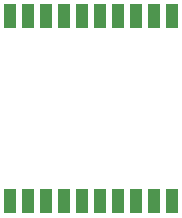
<source format=gbr>
%TF.GenerationSoftware,KiCad,Pcbnew,(5.1.10)-1*%
%TF.CreationDate,2021-11-04T17:31:58-05:00*%
%TF.ProjectId,gpsv1.1,67707376-312e-4312-9e6b-696361645f70,rev?*%
%TF.SameCoordinates,Original*%
%TF.FileFunction,Paste,Top*%
%TF.FilePolarity,Positive*%
%FSLAX46Y46*%
G04 Gerber Fmt 4.6, Leading zero omitted, Abs format (unit mm)*
G04 Created by KiCad (PCBNEW (5.1.10)-1) date 2021-11-04 17:31:58*
%MOMM*%
%LPD*%
G01*
G04 APERTURE LIST*
%ADD10R,1.000000X2.000000*%
G04 APERTURE END LIST*
D10*
%TO.C,PA1*%
X108285000Y-55999000D03*
X109809000Y-55999000D03*
X111333000Y-55999000D03*
X112857000Y-55999000D03*
X114381000Y-55999000D03*
X115905000Y-55999000D03*
X117429000Y-55999000D03*
X118953000Y-55999000D03*
X120477000Y-55999000D03*
X122001000Y-55999000D03*
X122001000Y-71620000D03*
X120477000Y-71620000D03*
X118953000Y-71620000D03*
X117429000Y-71620000D03*
X115905000Y-71620000D03*
X114381000Y-71620000D03*
X112857000Y-71620000D03*
X111333000Y-71620000D03*
X109809000Y-71620000D03*
X108285000Y-71620000D03*
%TD*%
M02*

</source>
